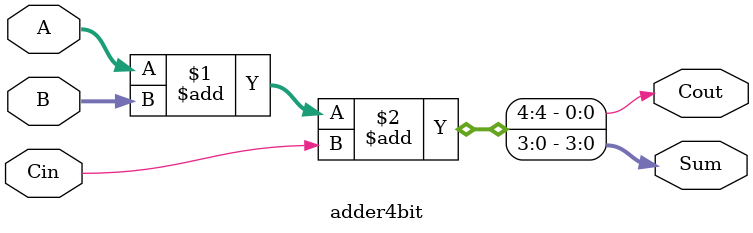
<source format=v>
module adder4bit (
    input  [3:0] A,    // 4-bit input A
    input  [3:0] B,    // 4-bit input B
    input        Cin,  // Carry in
    output [3:0] Sum,  // 4-bit sum output
    output       Cout  // Carry out
);
    assign {Cout, Sum} = A + B + Cin;
endmodule
</source>
